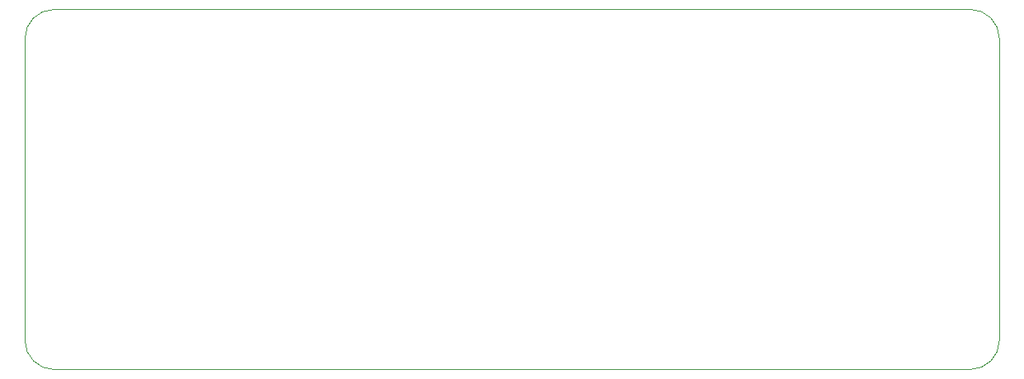
<source format=gbr>
%TF.GenerationSoftware,KiCad,Pcbnew,(6.0.1-0)*%
%TF.CreationDate,2022-03-28T19:55:36+01:00*%
%TF.ProjectId,PickleRick,5069636b-6c65-4526-9963-6b2e6b696361,rev?*%
%TF.SameCoordinates,Original*%
%TF.FileFunction,Profile,NP*%
%FSLAX46Y46*%
G04 Gerber Fmt 4.6, Leading zero omitted, Abs format (unit mm)*
G04 Created by KiCad (PCBNEW (6.0.1-0)) date 2022-03-28 19:55:36*
%MOMM*%
%LPD*%
G01*
G04 APERTURE LIST*
%TA.AperFunction,Profile*%
%ADD10C,0.100000*%
%TD*%
G04 APERTURE END LIST*
D10*
X103000000Y-97000000D02*
X197000000Y-97000000D01*
X197000000Y-97000000D02*
G75*
G03*
X200000000Y-94000000I-1J3000001D01*
G01*
X200000000Y-63000000D02*
G75*
G03*
X197000000Y-60000000I-3000001J-1D01*
G01*
X197000000Y-60000000D02*
X103000000Y-60000000D01*
X100000000Y-63000000D02*
X100000000Y-94000000D01*
X100000000Y-94000000D02*
G75*
G03*
X103000000Y-97000000I3000001J1D01*
G01*
X103000000Y-60000000D02*
G75*
G03*
X100000000Y-63000000I1J-3000001D01*
G01*
X200000000Y-94000000D02*
X200000000Y-63000000D01*
M02*

</source>
